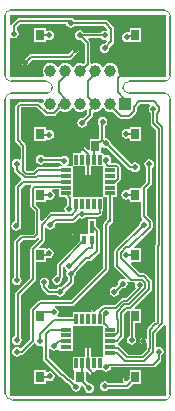
<source format=gbl>
G04 Layer_Physical_Order=2*
G04 Layer_Color=16711680*
%FSLAX43Y43*%
%MOMM*%
G71*
G01*
G75*
%ADD13C,0.153*%
%ADD14C,0.160*%
%ADD15C,0.200*%
%ADD16C,0.100*%
%ADD17C,1.000*%
%ADD18R,1.000X1.000*%
%ADD19C,0.500*%
%ADD20R,1.270X1.270*%
%ADD21R,0.305X0.864*%
%ADD22R,0.864X0.305*%
%ADD23R,0.700X0.900*%
%ADD24R,0.380X1.020*%
%ADD25R,0.380X0.760*%
G36*
X12259Y24941D02*
X12170Y24807D01*
X12139Y24650D01*
X12170Y24493D01*
X12259Y24359D01*
X12316Y24322D01*
Y23446D01*
X12316Y23446D01*
X12334Y23357D01*
X12385Y23281D01*
X12776Y22889D01*
Y13246D01*
X12747Y13217D01*
X12697Y13141D01*
X12679Y13052D01*
X12679Y13052D01*
Y6679D01*
X12677Y6677D01*
X12608Y6664D01*
X12532Y6613D01*
X12532Y6613D01*
X12059Y6140D01*
X12009Y6064D01*
X11991Y5975D01*
X11991Y5975D01*
Y5194D01*
X11864Y5156D01*
X11840Y5190D01*
X11765Y5241D01*
X11675Y5259D01*
X11625D01*
X11535Y5241D01*
X11460Y5190D01*
X11409Y5115D01*
X11391Y5025D01*
X11409Y4935D01*
X11460Y4860D01*
X11535Y4809D01*
X11625Y4791D01*
X11675D01*
X11765Y4809D01*
X11840Y4860D01*
X11864Y4894D01*
X11991Y4856D01*
Y4502D01*
X11981Y4450D01*
X11981Y4450D01*
Y4296D01*
X11542Y3857D01*
X10404D01*
X9706Y4555D01*
X9630Y4605D01*
X9605Y4610D01*
X9533Y4741D01*
X9550Y4801D01*
X9597Y4832D01*
X10012Y5248D01*
X10012Y5248D01*
X10063Y5324D01*
X10081Y5413D01*
X10081Y5413D01*
Y6926D01*
X10081Y6926D01*
X10063Y7015D01*
X10030Y7065D01*
Y7277D01*
X10325Y7572D01*
X10530D01*
Y6524D01*
X10541D01*
Y5478D01*
X10410Y5391D01*
X10321Y5257D01*
X10290Y5100D01*
X10321Y4943D01*
X10410Y4810D01*
X10543Y4721D01*
X10701Y4689D01*
X10858Y4721D01*
X10991Y4810D01*
X11080Y4943D01*
X11111Y5100D01*
X11080Y5257D01*
X11009Y5364D01*
Y6524D01*
X11536D01*
Y7730D01*
X11013D01*
X10964Y7847D01*
X12351Y9234D01*
X12351Y9234D01*
X12402Y9310D01*
X12420Y9400D01*
Y10050D01*
X12420Y10051D01*
X12402Y10140D01*
X12351Y10216D01*
X12351Y10216D01*
X11891Y10676D01*
X11815Y10727D01*
X11726Y10745D01*
X11726Y10745D01*
X11458D01*
X10654Y11549D01*
X10702Y11666D01*
X11536D01*
Y12872D01*
X10936D01*
X10888Y12990D01*
X12409Y14511D01*
X12409Y14511D01*
X12460Y14587D01*
X12478Y14676D01*
X12478Y14676D01*
Y15074D01*
X12478Y15074D01*
X12460Y15163D01*
X12409Y15239D01*
X12409Y15239D01*
X11988Y15660D01*
Y17852D01*
X12365Y18230D01*
X12365Y18230D01*
X12416Y18306D01*
X12434Y18395D01*
Y19658D01*
X12491Y19695D01*
X12580Y19829D01*
X12611Y19986D01*
X12580Y20143D01*
X12491Y20276D01*
X12357Y20366D01*
X12200Y20397D01*
X12043Y20366D01*
X11909Y20276D01*
X11820Y20143D01*
X11789Y19986D01*
X11820Y19829D01*
X11909Y19695D01*
X11966Y19658D01*
Y18492D01*
X11588Y18115D01*
X11538Y18039D01*
X11531Y18007D01*
X10530D01*
Y17847D01*
X10426Y17777D01*
X10403Y17780D01*
X10250Y17811D01*
X10093Y17780D01*
X9959Y17691D01*
X9870Y17557D01*
X9839Y17400D01*
X9870Y17243D01*
X9959Y17109D01*
X10093Y17020D01*
X10250Y16989D01*
X10403Y17020D01*
X10426Y17023D01*
X10530Y16953D01*
Y16801D01*
X11520D01*
Y15564D01*
X11520Y15564D01*
X11538Y15474D01*
X11588Y15398D01*
X11611Y15375D01*
X11574Y15233D01*
X11474Y15166D01*
X11385Y15032D01*
X11353Y14875D01*
X11367Y14808D01*
X9324Y12766D01*
X9273Y12690D01*
X9256Y12600D01*
X9256Y12600D01*
Y11390D01*
X9256Y11390D01*
X9273Y11300D01*
X9324Y11224D01*
X10206Y10342D01*
X10125Y10244D01*
X10108Y10255D01*
X9950Y10286D01*
X9793Y10255D01*
X9660Y10166D01*
X9571Y10033D01*
X9540Y9875D01*
X9557Y9788D01*
X9338Y9569D01*
X9250Y9586D01*
X9093Y9555D01*
X8960Y9466D01*
X8871Y9333D01*
X8840Y9175D01*
X8871Y9018D01*
X8960Y8885D01*
X9093Y8796D01*
X9250Y8765D01*
X9408Y8796D01*
X9541Y8885D01*
X9630Y9018D01*
X9661Y9175D01*
X9652Y9221D01*
X9905Y9474D01*
X9950Y9465D01*
X10108Y9496D01*
X10241Y9585D01*
X10330Y9718D01*
X10361Y9875D01*
X10330Y10033D01*
X10319Y10050D01*
X10417Y10131D01*
X10509Y10039D01*
X10509Y10039D01*
X10585Y9988D01*
X10674Y9971D01*
X10674Y9971D01*
X10938D01*
X11013Y9844D01*
X10989Y9725D01*
X11021Y9568D01*
X11075Y9486D01*
X10242Y8652D01*
X9975D01*
X9975Y8652D01*
X9885Y8635D01*
X9809Y8584D01*
X9809Y8584D01*
X9289Y8064D01*
X8352D01*
X8352Y8064D01*
X8262Y8046D01*
X8186Y7995D01*
X8186Y7995D01*
X7890Y7699D01*
X7814Y7725D01*
X7766Y7755D01*
X7751Y7831D01*
X7700Y7906D01*
X7691Y7916D01*
X7615Y7967D01*
X7525Y7984D01*
X7436Y7967D01*
X7360Y7916D01*
X7309Y7840D01*
X7291Y7750D01*
X7309Y7661D01*
X7357Y7589D01*
X7345Y7530D01*
X7310Y7462D01*
X5704D01*
Y7055D01*
X4435D01*
X4396Y7182D01*
X4399Y7183D01*
X4488Y7317D01*
X4519Y7474D01*
X4488Y7631D01*
X4399Y7764D01*
X4265Y7853D01*
X4203Y7866D01*
X4215Y7993D01*
X5659D01*
X5659Y7993D01*
X5748Y8011D01*
X5824Y8061D01*
X8690Y10928D01*
X8690Y10928D01*
X8741Y11004D01*
X8759Y11093D01*
Y14778D01*
X8932Y14952D01*
X8969Y14959D01*
X9045Y15010D01*
X9096Y15085D01*
X9114Y15175D01*
Y17204D01*
X9464D01*
Y18353D01*
X9706Y18595D01*
X9706Y18595D01*
X9757Y18671D01*
X9775Y18761D01*
X9775Y18761D01*
Y19738D01*
X9775Y19738D01*
X9757Y19828D01*
X9706Y19904D01*
X9706Y19904D01*
X9572Y20038D01*
X9496Y20089D01*
X9406Y20106D01*
X9406Y20106D01*
X8990D01*
X8944Y20192D01*
X8933Y20233D01*
X8961Y20376D01*
X8930Y20533D01*
X8841Y20667D01*
X8708Y20756D01*
X8550Y20787D01*
X8423Y20762D01*
X8296Y20832D01*
Y20964D01*
X8153D01*
Y21392D01*
X8280Y21453D01*
X8365Y21396D01*
X8522Y21365D01*
X8563Y21373D01*
X10394Y19543D01*
X10394Y19543D01*
X10478Y19487D01*
X10576Y19467D01*
X10576Y19467D01*
X10688D01*
X10709Y19434D01*
X10843Y19345D01*
X11000Y19314D01*
X11157Y19345D01*
X11291Y19434D01*
X11380Y19568D01*
X11411Y19725D01*
X11380Y19882D01*
X11291Y20016D01*
X11157Y20105D01*
X11000Y20136D01*
X10843Y20105D01*
X10709Y20016D01*
X10594Y20072D01*
X8926Y21741D01*
X8933Y21776D01*
X8902Y21933D01*
X8812Y22067D01*
X8679Y22156D01*
X8522Y22187D01*
X8483Y22309D01*
Y23246D01*
X8541Y23284D01*
X8630Y23418D01*
X8661Y23575D01*
X8630Y23732D01*
X8541Y23866D01*
X8407Y23955D01*
X8250Y23986D01*
X8093Y23955D01*
X7959Y23866D01*
X7870Y23732D01*
X7839Y23575D01*
X7870Y23418D01*
X7959Y23284D01*
X7967Y23279D01*
Y22180D01*
X7888Y22101D01*
X7147D01*
Y21198D01*
X7030Y21149D01*
X6515Y21663D01*
X6440Y21714D01*
X6350Y21732D01*
X6260Y21714D01*
X6185Y21663D01*
X6134Y21587D01*
X6116Y21498D01*
X6134Y21408D01*
X6185Y21332D01*
X6435Y21082D01*
X6387Y20964D01*
X5704D01*
Y19796D01*
X5237D01*
X5199Y19923D01*
X5291Y19984D01*
X5380Y20118D01*
X5411Y20275D01*
X5380Y20432D01*
X5291Y20566D01*
X5157Y20655D01*
X5000Y20686D01*
X4843Y20655D01*
X4774Y20609D01*
X3312D01*
X3291Y20642D01*
X3157Y20731D01*
X3000Y20762D01*
X2843Y20731D01*
X2709Y20642D01*
X2620Y20508D01*
X2589Y20351D01*
X2620Y20194D01*
X2709Y20060D01*
X2843Y19971D01*
X3000Y19940D01*
X3157Y19971D01*
X3291Y20060D01*
X3312Y20093D01*
X4637D01*
X4709Y19984D01*
X4801Y19923D01*
X4763Y19796D01*
X4536D01*
Y19725D01*
X2772D01*
X2772Y19725D01*
X2682Y19707D01*
X2606Y19656D01*
X2606Y19656D01*
X2352Y19401D01*
X1885D01*
X1787Y19500D01*
Y21511D01*
X1769Y21601D01*
X1718Y21677D01*
X1718Y21677D01*
X1304Y22091D01*
Y24724D01*
X1376Y24796D01*
X2717D01*
X3357Y24155D01*
X3357Y24155D01*
X3433Y24104D01*
X3523Y24087D01*
X4127D01*
X4127Y24087D01*
X4217Y24104D01*
X4293Y24155D01*
X4682Y24544D01*
X4766Y24480D01*
X4925Y24414D01*
X5095Y24391D01*
X5265Y24414D01*
X5424Y24480D01*
X5561Y24584D01*
X5660Y24714D01*
X5728Y24723D01*
X5732D01*
X5800Y24714D01*
X5899Y24584D01*
X6036Y24480D01*
X6195Y24414D01*
X6365Y24391D01*
X6535Y24414D01*
X6694Y24480D01*
X6831Y24584D01*
X6839Y24595D01*
X6966Y24552D01*
Y24272D01*
X6592Y23898D01*
X6525Y23911D01*
X6368Y23880D01*
X6234Y23791D01*
X6145Y23657D01*
X6114Y23500D01*
X6145Y23343D01*
X6234Y23209D01*
X6368Y23120D01*
X6525Y23089D01*
X6682Y23120D01*
X6816Y23209D01*
X6905Y23343D01*
X6936Y23500D01*
X6923Y23567D01*
X7372Y24017D01*
X7372Y24017D01*
X7423Y24092D01*
X7441Y24182D01*
X7441Y24182D01*
Y24218D01*
X7434Y24253D01*
Y24296D01*
X7561Y24401D01*
X7635Y24391D01*
X7805Y24414D01*
X7964Y24480D01*
X8101Y24584D01*
X8200Y24714D01*
X8268Y24723D01*
X8272D01*
X8340Y24714D01*
X8439Y24584D01*
X8576Y24480D01*
X8735Y24414D01*
X8905Y24391D01*
X9075Y24414D01*
X9132Y24437D01*
X9660Y23910D01*
X9660Y23910D01*
X9736Y23859D01*
X9825Y23841D01*
X9825Y23841D01*
X10525D01*
X10525Y23841D01*
X10614Y23859D01*
X10690Y23910D01*
X11070Y24289D01*
X11070Y24289D01*
X11121Y24365D01*
X11139Y24455D01*
X11139Y24455D01*
Y24758D01*
X11447Y25066D01*
X12219D01*
X12259Y24941D01*
D02*
G37*
G36*
X3260Y25386D02*
X3255Y25379D01*
X3189Y25220D01*
X3182Y25171D01*
X3048Y25126D01*
X2979Y25195D01*
X2903Y25246D01*
X2814Y25264D01*
X2814Y25264D01*
X1280D01*
X1280Y25264D01*
X1190Y25246D01*
X1114Y25195D01*
X1114Y25195D01*
X905Y24986D01*
X854Y24910D01*
X836Y24820D01*
X837Y24820D01*
Y21994D01*
X836Y21994D01*
X854Y21904D01*
X905Y21828D01*
X1319Y21414D01*
Y20429D01*
X1192Y20361D01*
X1137Y20398D01*
X979Y20429D01*
X822Y20398D01*
X689Y20309D01*
X600Y20176D01*
X568Y20018D01*
X600Y19861D01*
X689Y19728D01*
X745Y19690D01*
Y19523D01*
X763Y19433D01*
X814Y19357D01*
X876Y19316D01*
X1378Y18814D01*
X1383Y18699D01*
X1366Y18647D01*
X905Y18186D01*
X854Y18110D01*
X836Y18021D01*
X837Y18020D01*
Y15163D01*
X793Y15155D01*
X659Y15066D01*
X570Y14932D01*
X539Y14775D01*
X570Y14618D01*
X659Y14484D01*
X793Y14395D01*
X950Y14364D01*
X1107Y14395D01*
X1241Y14484D01*
X1330Y14618D01*
X1361Y14775D01*
X1330Y14932D01*
X1304Y14970D01*
Y17924D01*
X1647Y18266D01*
X2177D01*
X2230Y18139D01*
X2205Y18115D01*
X2154Y18039D01*
X2136Y17949D01*
X2136Y17949D01*
Y16449D01*
X2136Y16449D01*
X2154Y16360D01*
X2205Y16284D01*
X2496Y15993D01*
Y14197D01*
X2329Y14030D01*
X1427D01*
X1337Y14012D01*
X1261Y13962D01*
X1261Y13962D01*
X835Y13535D01*
X784Y13459D01*
X766Y13370D01*
X766Y13369D01*
Y10478D01*
X709Y10441D01*
X620Y10307D01*
X589Y10150D01*
X620Y9993D01*
X709Y9859D01*
X843Y9770D01*
X1000Y9739D01*
X1157Y9770D01*
X1291Y9859D01*
X1380Y9993D01*
X1411Y10150D01*
X1380Y10307D01*
X1291Y10441D01*
X1234Y10478D01*
Y13273D01*
X1524Y13562D01*
X2426D01*
X2426Y13562D01*
X2515Y13580D01*
X2591Y13631D01*
X2723Y13763D01*
X2853Y13713D01*
X2862Y13637D01*
X2205Y12980D01*
X2154Y12904D01*
X2136Y12814D01*
X2136Y12814D01*
Y10367D01*
X905Y9136D01*
X854Y9060D01*
X836Y8970D01*
X837Y8970D01*
Y5458D01*
X818Y5455D01*
X684Y5366D01*
X595Y5232D01*
X564Y5075D01*
X595Y4918D01*
X684Y4784D01*
X818Y4695D01*
X975Y4664D01*
X1132Y4695D01*
X1266Y4784D01*
X1355Y4918D01*
X1386Y5075D01*
X1355Y5232D01*
X1304Y5307D01*
Y8874D01*
X2536Y10105D01*
X2536Y10105D01*
X2587Y10181D01*
X2604Y10270D01*
X2604Y10270D01*
Y11666D01*
X3453D01*
Y12035D01*
X3681D01*
X3702Y12031D01*
X3723Y12035D01*
X3769D01*
X3769Y12035D01*
X3859Y12053D01*
X3935Y12104D01*
X3961Y12130D01*
X3993Y12152D01*
X4082Y12285D01*
X4113Y12442D01*
X4082Y12599D01*
X3993Y12733D01*
X3860Y12822D01*
X3702Y12853D01*
X3580Y12829D01*
X3453Y12872D01*
Y12872D01*
X2925D01*
X2877Y12990D01*
X3280Y13394D01*
X3281Y13394D01*
X3331Y13469D01*
X3349Y13559D01*
X3349Y13559D01*
Y14608D01*
X3476Y14647D01*
X3534Y14559D01*
X3668Y14470D01*
X3825Y14439D01*
X3982Y14470D01*
X4116Y14559D01*
X4205Y14693D01*
X4236Y14850D01*
X4223Y14917D01*
X4347Y15041D01*
X5725D01*
X5725Y15041D01*
X5815Y15059D01*
X5890Y15110D01*
X6254Y15473D01*
X6368Y15396D01*
X6525Y15365D01*
X6682Y15396D01*
X6816Y15486D01*
X6853Y15542D01*
X7900D01*
X7900Y15542D01*
X7990Y15560D01*
X8066Y15610D01*
X8156Y15701D01*
X8156Y15701D01*
X8207Y15776D01*
X8225Y15866D01*
X8225Y15866D01*
Y16036D01*
X8296D01*
Y17204D01*
X8646D01*
Y15327D01*
X8360Y15040D01*
X8309Y14965D01*
X8291Y14875D01*
X8291Y14875D01*
Y11190D01*
X5562Y8461D01*
X2918D01*
X2918Y8461D01*
X2828Y8443D01*
X2752Y8392D01*
X2752Y8392D01*
X2205Y7845D01*
X2154Y7769D01*
X2136Y7680D01*
X2136Y7680D01*
Y5154D01*
X1366Y4383D01*
X1291Y4391D01*
X1157Y4480D01*
X1000Y4511D01*
X843Y4480D01*
X710Y4391D01*
X620Y4257D01*
X589Y4100D01*
X620Y3943D01*
X710Y3810D01*
X843Y3721D01*
X1000Y3689D01*
X1157Y3721D01*
X1291Y3810D01*
X1328Y3866D01*
X1414D01*
X1414Y3866D01*
X1503Y3884D01*
X1579Y3935D01*
X2466Y4822D01*
X2492Y4826D01*
X2622Y4797D01*
X2681Y4709D01*
X2814Y4620D01*
X2971Y4589D01*
X3089Y4613D01*
X3216Y4538D01*
Y3530D01*
X3216Y3530D01*
X3234Y3441D01*
X3285Y3365D01*
X4680Y1969D01*
X4680Y1969D01*
X4740Y1929D01*
X5135Y1535D01*
X5135Y1535D01*
X5210Y1484D01*
X5300Y1466D01*
X5300Y1466D01*
X5328D01*
X5603Y1192D01*
X5589Y1125D01*
X5621Y968D01*
X5710Y835D01*
X5843Y745D01*
X6000Y714D01*
X6158Y745D01*
X6291Y835D01*
X6380Y968D01*
X6411Y1125D01*
X6397Y1194D01*
X6515Y1257D01*
X6708Y1063D01*
X6700Y1025D01*
X6731Y868D01*
X6820Y734D01*
X6954Y645D01*
X7111Y614D01*
X7268Y645D01*
X7401Y734D01*
X7491Y868D01*
X7522Y1025D01*
X7491Y1182D01*
X7401Y1316D01*
X7268Y1405D01*
X7111Y1436D01*
X7072Y1428D01*
X6853Y1648D01*
Y2368D01*
X6970Y2416D01*
X7423Y1963D01*
X7434Y1910D01*
X7485Y1835D01*
X7560Y1784D01*
X7650Y1766D01*
X7718D01*
X7718Y1766D01*
X7807Y1784D01*
X7883Y1835D01*
X7934Y1910D01*
X7952Y2000D01*
X7934Y2090D01*
X7883Y2165D01*
X7883Y2165D01*
X7632Y2416D01*
X7681Y2534D01*
X8261D01*
X8393Y2446D01*
X8550Y2414D01*
X8708Y2446D01*
X8841Y2535D01*
X8930Y2668D01*
X8952Y2778D01*
X12504D01*
X12504Y2777D01*
X12593Y2795D01*
X12669Y2846D01*
X13165Y3343D01*
X13165Y3343D01*
X13216Y3418D01*
X13234Y3508D01*
X13234Y3508D01*
Y3797D01*
X13291Y3834D01*
X13380Y3968D01*
X13411Y4125D01*
X13380Y4282D01*
X13291Y4416D01*
X13157Y4505D01*
X13000Y4536D01*
X12892Y4514D01*
X12765Y4594D01*
Y5634D01*
X13473Y6342D01*
X13511Y6338D01*
X13600Y6299D01*
Y411D01*
X13589Y400D01*
X478D01*
X400Y478D01*
Y25500D01*
X3204D01*
X3260Y25386D01*
D02*
G37*
G36*
X4536Y17204D02*
X5095D01*
X5247Y17052D01*
Y16530D01*
X5137Y16456D01*
X5048Y16323D01*
X5016Y16166D01*
X5040Y16046D01*
X4981Y15944D01*
X4955Y15919D01*
X3925D01*
X3925Y15919D01*
X3835Y15901D01*
X3760Y15850D01*
X3081Y15172D01*
X2964Y15220D01*
Y16090D01*
X2964Y16090D01*
X2946Y16180D01*
X2895Y16256D01*
X2895Y16256D01*
X2604Y16546D01*
Y16801D01*
X3453D01*
Y16953D01*
X3580Y17021D01*
X3618Y16995D01*
X3775Y16964D01*
X3932Y16995D01*
X4066Y17084D01*
X4155Y17218D01*
X4186Y17375D01*
X4155Y17532D01*
X4066Y17666D01*
X3980Y17722D01*
X4019Y17850D01*
X4536D01*
Y17204D01*
D02*
G37*
G36*
X8295Y19185D02*
Y18703D01*
Y18195D01*
Y17687D01*
Y17205D01*
X5705D01*
Y17687D01*
Y18195D01*
Y18703D01*
Y19185D01*
Y19795D01*
X6766D01*
Y18500D01*
X6784Y18410D01*
X6835Y18335D01*
X6910Y18284D01*
X7000Y18266D01*
X7090Y18284D01*
X7165Y18335D01*
X7216Y18410D01*
X7234Y18500D01*
Y19795D01*
X8295D01*
Y19185D01*
D02*
G37*
G36*
X8235Y6285D02*
X8289Y6248D01*
X8295Y6242D01*
Y5683D01*
Y4693D01*
Y3703D01*
X7234D01*
Y4998D01*
X7216Y5088D01*
X7165Y5163D01*
X7090Y5214D01*
X7000Y5232D01*
X6910Y5214D01*
X6835Y5163D01*
X6784Y5088D01*
X6766Y4998D01*
Y3703D01*
X5704D01*
Y2534D01*
X5847D01*
Y1775D01*
X5730Y1727D01*
X5591Y1865D01*
X5515Y1916D01*
X5425Y1934D01*
X5425Y1934D01*
X5397D01*
X5031Y2300D01*
X4971Y2340D01*
X3684Y3627D01*
Y4343D01*
X3811Y4382D01*
X3859Y4309D01*
X3993Y4220D01*
X4150Y4189D01*
X4307Y4220D01*
X4409Y4288D01*
X4516Y4248D01*
X4536Y4232D01*
Y4185D01*
X5705D01*
Y5201D01*
Y6293D01*
X8229D01*
X8235Y6285D01*
D02*
G37*
G36*
X5170Y31793D02*
X5259Y31659D01*
X5393Y31570D01*
X5550Y31539D01*
X5707Y31570D01*
X5841Y31659D01*
X5862Y31692D01*
X8393D01*
X8660Y31426D01*
X8654Y31385D01*
X8643Y31369D01*
X8512Y31294D01*
X8425Y31311D01*
X8268Y31280D01*
X8134Y31191D01*
X8097Y31134D01*
X6658D01*
X6621Y31191D01*
X6487Y31280D01*
X6330Y31311D01*
X6173Y31280D01*
X6039Y31191D01*
X5950Y31057D01*
X5919Y30900D01*
X5950Y30743D01*
X6039Y30609D01*
X6173Y30520D01*
X6330Y30489D01*
X6397Y30502D01*
X6741Y30158D01*
Y28607D01*
X6631Y28497D01*
X6535Y28536D01*
X6365Y28559D01*
X6195Y28536D01*
X6036Y28470D01*
X5899Y28366D01*
X5800Y28236D01*
X5732Y28227D01*
X5728D01*
X5660Y28236D01*
X5561Y28366D01*
X5424Y28470D01*
X5265Y28536D01*
X5095Y28559D01*
X4925Y28536D01*
X4766Y28470D01*
X4629Y28366D01*
X4530Y28236D01*
X4462Y28227D01*
X4458D01*
X4390Y28236D01*
X4291Y28366D01*
X4154Y28470D01*
X3995Y28536D01*
X3825Y28559D01*
X3655Y28536D01*
X3496Y28470D01*
X3359Y28366D01*
X3255Y28229D01*
X3189Y28070D01*
X3166Y27900D01*
X3189Y27730D01*
X3255Y27571D01*
X3288Y27527D01*
X3226Y27400D01*
X411D01*
X400Y27411D01*
Y30648D01*
X527Y30716D01*
X593Y30672D01*
X750Y30641D01*
X907Y30672D01*
X1041Y30761D01*
X1130Y30894D01*
X1161Y31052D01*
X1130Y31209D01*
X1041Y31342D01*
X1008Y31364D01*
Y31568D01*
X1281Y31841D01*
X5161D01*
X5170Y31793D01*
D02*
G37*
G36*
X13600Y32589D02*
Y27411D01*
X13589Y27400D01*
X10172D01*
X10123Y27517D01*
X10340Y27735D01*
X10391Y27810D01*
X10409Y27900D01*
X10391Y27990D01*
X10340Y28065D01*
X10265Y28116D01*
X10175Y28134D01*
X10085Y28116D01*
X10010Y28065D01*
X9669Y27725D01*
X9548Y27784D01*
X9564Y27900D01*
X9541Y28070D01*
X9475Y28229D01*
X9371Y28366D01*
X9234Y28470D01*
X9075Y28536D01*
X8905Y28559D01*
X8735Y28536D01*
X8576Y28470D01*
X8439Y28366D01*
X8340Y28236D01*
X8272Y28227D01*
X8268D01*
X8200Y28236D01*
X8101Y28366D01*
X7964Y28470D01*
X7805Y28536D01*
X7635Y28559D01*
X7465Y28536D01*
X7333Y28482D01*
X7302Y28489D01*
X7258Y28513D01*
X7209Y28556D01*
Y30255D01*
X7209Y30255D01*
X7191Y30345D01*
X7140Y30420D01*
X7140Y30420D01*
X7012Y30549D01*
X7061Y30666D01*
X8097D01*
X8134Y30609D01*
X8268Y30520D01*
X8425Y30489D01*
X8582Y30520D01*
X8653Y30415D01*
X8657Y30397D01*
X8463Y30203D01*
X8425Y30211D01*
X8268Y30180D01*
X8134Y30091D01*
X8045Y29957D01*
X8014Y29800D01*
X8045Y29643D01*
X8134Y29509D01*
X8268Y29420D01*
X8425Y29389D01*
X8582Y29420D01*
X8716Y29509D01*
X8805Y29643D01*
X8836Y29800D01*
X8828Y29838D01*
X9182Y30193D01*
X9238Y30276D01*
X9258Y30375D01*
Y31450D01*
X9238Y31549D01*
X9182Y31632D01*
X9182Y31632D01*
X8682Y32132D01*
X8599Y32188D01*
X8500Y32208D01*
X8500Y32208D01*
X5862D01*
X5841Y32241D01*
X5707Y32330D01*
X5550Y32361D01*
X5465Y32344D01*
X5401Y32357D01*
X1174D01*
X1174Y32357D01*
X1075Y32337D01*
X991Y32281D01*
X568Y31857D01*
X527Y31797D01*
X416Y31811D01*
X400Y31818D01*
Y32600D01*
X13589D01*
X13600Y32589D01*
D02*
G37*
%LPC*%
G36*
X3453Y23142D02*
X2447D01*
Y21936D01*
X3453D01*
Y22039D01*
X3546Y22088D01*
X3580Y22094D01*
X3725Y22065D01*
X3882Y22096D01*
X4016Y22186D01*
X4105Y22319D01*
X4136Y22476D01*
X4105Y22633D01*
X4016Y22767D01*
X3882Y22856D01*
X3725Y22887D01*
X3580Y22858D01*
X3546Y22864D01*
X3453Y22914D01*
Y23142D01*
D02*
G37*
G36*
X11536D02*
X10530D01*
Y23005D01*
X10403Y22935D01*
X10275Y22961D01*
X10118Y22930D01*
X9984Y22841D01*
X9895Y22707D01*
X9864Y22550D01*
X9895Y22393D01*
X9984Y22259D01*
X10118Y22170D01*
X10275Y22139D01*
X10403Y22165D01*
X10530Y22095D01*
Y21936D01*
X11536D01*
Y23142D01*
D02*
G37*
G36*
X3453Y2603D02*
X2447D01*
Y1397D01*
X3453D01*
Y1603D01*
X3580Y1671D01*
X3618Y1645D01*
X3775Y1614D01*
X3932Y1645D01*
X4066Y1734D01*
X4155Y1868D01*
X4186Y2025D01*
X4155Y2182D01*
X4066Y2316D01*
X3932Y2405D01*
X3775Y2436D01*
X3618Y2405D01*
X3580Y2379D01*
X3453Y2447D01*
Y2603D01*
D02*
G37*
G36*
X5525Y14409D02*
X5500D01*
X5410Y14391D01*
X5335Y14340D01*
X5284Y14265D01*
X5266Y14175D01*
X5284Y14085D01*
X5335Y14010D01*
X5410Y13959D01*
X5500Y13941D01*
X5525D01*
X5615Y13959D01*
X5690Y14010D01*
X5741Y14085D01*
X5759Y14175D01*
X5741Y14265D01*
X5690Y14340D01*
X5615Y14391D01*
X5525Y14409D01*
D02*
G37*
G36*
X11536Y2603D02*
X10530D01*
Y2097D01*
X10522Y2090D01*
X10403Y2041D01*
X10365Y2066D01*
X10276Y2084D01*
X10275D01*
X10186Y2066D01*
X10110Y2016D01*
X10110Y2016D01*
X10010Y1915D01*
X9959Y1840D01*
X9941Y1750D01*
X9959Y1660D01*
X10010Y1585D01*
X10040Y1564D01*
X10002Y1437D01*
X8760D01*
X8722Y1494D01*
X8589Y1583D01*
X8432Y1614D01*
X8274Y1583D01*
X8141Y1494D01*
X8052Y1360D01*
X8021Y1203D01*
X8052Y1046D01*
X8141Y912D01*
X8274Y823D01*
X8432Y792D01*
X8589Y823D01*
X8722Y912D01*
X8760Y969D01*
X10307D01*
X10307Y969D01*
X10396Y987D01*
X10472Y1038D01*
X10831Y1397D01*
X11536D01*
Y2603D01*
D02*
G37*
G36*
X7663Y15333D02*
X6977D01*
Y14063D01*
X6337D01*
Y13518D01*
X4460Y11640D01*
X4409Y11565D01*
X4391Y11475D01*
X4391Y11475D01*
Y10589D01*
X4234Y10558D01*
X4100Y10469D01*
X4011Y10336D01*
X3980Y10178D01*
X4011Y10021D01*
X4100Y9888D01*
X4234Y9799D01*
X4391Y9767D01*
X4548Y9799D01*
X4682Y9888D01*
X4771Y10021D01*
X4802Y10178D01*
X4789Y10245D01*
X4790Y10247D01*
X4790Y10247D01*
X4841Y10323D01*
X4859Y10412D01*
X4859Y10412D01*
Y11291D01*
X4897Y11329D01*
X4977Y11316D01*
X5038Y11269D01*
X5048Y11221D01*
X5137Y11087D01*
X5166Y11068D01*
X5202Y10892D01*
X5195Y10882D01*
X5164Y10725D01*
X5195Y10568D01*
X5284Y10434D01*
X5317Y10413D01*
Y10157D01*
X4731Y9570D01*
X4650Y9586D01*
X4493Y9555D01*
X4360Y9466D01*
X4338Y9433D01*
X3806D01*
X3671Y9569D01*
X3616Y9684D01*
X3705Y9818D01*
X3736Y9975D01*
X3705Y10132D01*
X3616Y10266D01*
X3482Y10355D01*
X3325Y10386D01*
X3168Y10355D01*
X3034Y10266D01*
X2945Y10132D01*
X2914Y9975D01*
X2945Y9818D01*
X3034Y9684D01*
X3067Y9663D01*
Y9550D01*
X3067Y9550D01*
X3087Y9451D01*
X3143Y9368D01*
X3517Y8993D01*
X3517Y8993D01*
X3601Y8937D01*
X3700Y8917D01*
X3700Y8917D01*
X4338D01*
X4360Y8885D01*
X4493Y8796D01*
X4650Y8765D01*
X4807Y8796D01*
X4941Y8885D01*
X5030Y9018D01*
X5060Y9170D01*
X5757Y9868D01*
X5757Y9868D01*
X5813Y9951D01*
X5833Y10050D01*
X5833Y10050D01*
Y10413D01*
X5866Y10434D01*
X5955Y10568D01*
X5986Y10725D01*
X5978Y10763D01*
X6968Y11754D01*
X7134D01*
X7134Y11754D01*
X7233Y11773D01*
X7317Y11829D01*
X7957Y12470D01*
X8013Y12554D01*
X8033Y12652D01*
Y14300D01*
X8013Y14399D01*
X7957Y14482D01*
X7957Y14482D01*
X7663Y14777D01*
Y15333D01*
D02*
G37*
G36*
X3453Y31503D02*
X2447D01*
Y30297D01*
X3453D01*
Y30461D01*
X3580Y30529D01*
X3593Y30520D01*
X3750Y30489D01*
X3907Y30520D01*
X4041Y30609D01*
X4130Y30743D01*
X4161Y30900D01*
X4130Y31057D01*
X4041Y31191D01*
X3907Y31280D01*
X3750Y31311D01*
X3593Y31280D01*
X3580Y31271D01*
X3453Y31339D01*
Y31503D01*
D02*
G37*
G36*
X6000Y29859D02*
X5910Y29841D01*
X5835Y29790D01*
X5835Y29790D01*
X5353Y29309D01*
X2175D01*
X2175Y29309D01*
X2085Y29291D01*
X2010Y29240D01*
X2010Y29240D01*
X1510Y28740D01*
X1459Y28665D01*
X1441Y28575D01*
X1459Y28485D01*
X1510Y28410D01*
X1585Y28359D01*
X1675Y28341D01*
X1765Y28359D01*
X1840Y28410D01*
X2272Y28841D01*
X5450D01*
X5450Y28841D01*
X5540Y28859D01*
X5615Y28910D01*
X6115Y29409D01*
X6190Y29460D01*
X6241Y29535D01*
X6259Y29625D01*
X6241Y29715D01*
X6190Y29790D01*
X6115Y29841D01*
X6025Y29859D01*
X6000D01*
X6000Y29859D01*
D02*
G37*
G36*
X11536Y31503D02*
X10530D01*
Y31219D01*
X10497Y31189D01*
X10403Y31137D01*
X10276Y31162D01*
X10118Y31131D01*
X9985Y31042D01*
X9896Y30909D01*
X9865Y30751D01*
X9896Y30594D01*
X9985Y30461D01*
X10118Y30372D01*
X10276Y30341D01*
X10403Y30366D01*
X10530Y30297D01*
Y30297D01*
X11536D01*
Y31503D01*
D02*
G37*
%LPD*%
D13*
X5095Y27476D02*
Y27900D01*
X4523Y26904D02*
X5095Y27476D01*
X4523Y26096D02*
Y26904D01*
X8225Y23550D02*
X8250Y23575D01*
X5401Y32099D02*
X5550Y31950D01*
X4625Y10412D02*
Y11475D01*
X4391Y10178D02*
X4625Y10412D01*
X7000Y2718D02*
X7718Y2000D01*
X2950Y7135D02*
X3289Y7474D01*
X4108D01*
X4147Y6821D02*
X5953D01*
X6009Y6878D01*
X10281Y12269D02*
X11033D01*
X11010Y7150D02*
X11033Y7127D01*
X11027Y12276D02*
X11033Y12269D01*
X11005Y17376D02*
X11033Y17404D01*
X6975Y28510D02*
Y30255D01*
X6365Y27900D02*
X6975Y28510D01*
X6330Y30900D02*
X6975Y30255D01*
X6000Y29625D02*
X6025D01*
X5450Y29075D02*
X6000Y29625D01*
X2175Y29075D02*
X5450D01*
X1675Y28575D02*
X2175Y29075D01*
X7635Y27617D02*
Y27900D01*
X7023Y27006D02*
X7635Y27617D01*
X7023Y25662D02*
Y27006D01*
Y25662D02*
X7635Y25050D01*
X9524Y27249D02*
X10175Y27900D01*
X9524Y26079D02*
Y27249D01*
Y26079D02*
X10079Y25524D01*
X10175D01*
Y25050D02*
Y25524D01*
X4523Y26096D02*
X5095Y25524D01*
Y25050D02*
Y25524D01*
X975Y5075D02*
X1071Y5171D01*
X4548Y4998D02*
X5120D01*
X2370Y10270D02*
Y12814D01*
Y16449D02*
X2730Y16090D01*
X1000Y10150D02*
Y13370D01*
X5029Y18083D02*
X5120Y17992D01*
X2505Y18083D02*
X5029D01*
X2370Y17949D02*
X2505Y18083D01*
X2370Y16449D02*
Y17949D01*
X1071Y14896D02*
Y18021D01*
X1550Y18500D01*
X950Y14775D02*
X1071Y14896D01*
X2950Y17404D02*
X2979Y17375D01*
X3775D01*
X2950Y2000D02*
X2950Y2000D01*
X11022Y22550D02*
X11033Y22539D01*
X10960Y30826D02*
X11033Y30900D01*
X6330Y30900D02*
X8425D01*
X2950Y30900D02*
X3750D01*
X3750Y30900D01*
X3839Y5989D02*
X5120D01*
X8880Y4998D02*
X8907Y5025D01*
X10254Y17404D02*
X11033D01*
X10250Y17400D02*
X10254Y17404D01*
X8905Y24995D02*
Y25050D01*
Y24995D02*
X9825Y24075D01*
X8880Y4490D02*
X8980Y4389D01*
X11754Y17949D02*
X12200Y18395D01*
X11754Y15564D02*
Y17949D01*
X10275Y12275D02*
X10281Y12269D01*
X6761Y15776D02*
X7900D01*
X5427Y16202D02*
X5481Y16256D01*
X7900Y15776D02*
X7991Y15866D01*
Y16620D01*
X9541Y18761D02*
Y19738D01*
X9280Y18500D02*
X9541Y18761D01*
X8880Y18500D02*
X9280D01*
X3039Y22450D02*
X3675D01*
X2950Y22539D02*
X3039Y22450D01*
X1000Y4100D02*
X1050Y4050D01*
Y4025D02*
Y4050D01*
X1000Y4100D02*
X1414D01*
X7000Y3118D02*
Y4998D01*
X7650Y2000D02*
X7718D01*
X8418Y6450D02*
X8880Y5989D01*
X8400Y6450D02*
X8418D01*
X9406Y19872D02*
X9541Y19738D01*
X8725Y19872D02*
X9406D01*
X8373Y20225D02*
X8524Y20376D01*
X8373Y20225D02*
X8725Y19872D01*
X7200Y24615D02*
X7635Y25050D01*
X7200Y24225D02*
Y24615D01*
Y24225D02*
X7207Y24218D01*
X6525Y23500D02*
X7207Y24182D01*
Y24218D01*
X3450Y5600D02*
X3839Y5989D01*
X4150Y4600D02*
X4548Y4998D01*
X2370Y7680D02*
X2918Y8227D01*
X1414Y4100D02*
X2370Y5057D01*
Y7680D01*
X3450Y4801D02*
X3451Y4801D01*
Y5199D01*
X3450Y5199D02*
X3451Y5199D01*
X3450Y5199D02*
Y5600D01*
X2971Y5000D02*
Y5644D01*
X4147Y6821D01*
X1071Y5171D02*
Y8970D01*
X12200Y18395D02*
Y19986D01*
X8524Y20376D02*
X8550D01*
X3450Y3530D02*
Y4801D01*
X7000Y2718D02*
Y3118D01*
X8550Y2825D02*
X8737Y3011D01*
X12521Y4072D02*
Y4324D01*
X12215Y4199D02*
Y4450D01*
X13000Y3508D02*
Y4125D01*
X10275Y1850D02*
X10276D01*
X10175Y1750D02*
X10275Y1850D01*
X11033Y1930D02*
Y2000D01*
X10307Y1203D02*
X11033Y1930D01*
X8432Y1203D02*
X10307D01*
X9825Y24075D02*
X10525D01*
X10905Y24455D01*
Y24855D01*
X11350Y25300D01*
X12550Y23446D02*
X13010Y22986D01*
Y13149D02*
Y22986D01*
X10674Y10205D02*
X11599D01*
X11880Y9924D01*
X9490Y12600D02*
X11764Y14875D01*
X9490Y11390D02*
Y12600D01*
Y11390D02*
X10674Y10205D01*
X9795Y12474D02*
X10271Y12949D01*
X9795Y12076D02*
Y12474D01*
Y12076D02*
X11361Y10511D01*
X11726D01*
X12186Y10051D01*
X12913Y13052D02*
X13010Y13149D01*
X12913Y6582D02*
Y13052D01*
X12778Y6447D02*
X12913Y6582D01*
X12697Y6447D02*
X12778D01*
X12225Y5975D02*
X12697Y6447D01*
X12531Y5731D02*
X13316Y6516D01*
X1000Y13370D02*
X1427Y13796D01*
X2426D01*
X3769Y12269D02*
X3800Y12300D01*
X3702Y12398D02*
X3800Y12300D01*
X3702Y12398D02*
Y12442D01*
X2950Y12269D02*
X3769D01*
X7320Y12875D02*
Y13530D01*
X7000Y18500D02*
Y20380D01*
Y20848D01*
X6350Y21498D02*
X7000Y20848D01*
X4555Y24748D02*
Y25050D01*
X5095D01*
X1071Y24820D02*
X1280Y25030D01*
X2814D01*
X3523Y24321D01*
X4127D01*
X4555Y24748D01*
X3675Y22450D02*
X3701Y22476D01*
X3725D01*
X979Y19523D02*
X1000D01*
X5083Y18971D02*
X5120Y19008D01*
X1550Y18500D02*
X5120D01*
X2575Y18861D02*
X2685Y18971D01*
X5083D01*
X1662Y18861D02*
X2575D01*
X2772Y19491D02*
X5120D01*
X2449Y19167D02*
X2772Y19491D01*
X1788Y19167D02*
X2449D01*
X1000Y19523D02*
X1662Y18861D01*
X1553Y19403D02*
Y21511D01*
X1071Y21994D02*
X1553Y21511D01*
X1071Y21994D02*
Y24820D01*
X1553Y19403D02*
X1788Y19167D01*
X979Y19523D02*
Y20018D01*
X3775Y2025D02*
X3825D01*
X3800Y2000D02*
X3825Y2025D01*
X2950Y2000D02*
X3800D01*
X10271Y12949D02*
X10516D01*
X12244Y14676D01*
Y15074D01*
X11754Y15564D02*
X12244Y15074D01*
X4846Y2135D02*
X4865D01*
X3450Y3530D02*
X4846Y2135D01*
X4865D02*
X5300Y1700D01*
X5659Y8227D02*
X8525Y11093D01*
Y14875D01*
X8825Y15175D01*
X8880D01*
Y17509D01*
X10775Y6869D02*
X11033Y7127D01*
X7525Y7750D02*
X7535Y7741D01*
X7991Y6878D02*
Y7469D01*
X8400Y6450D02*
Y7200D01*
X12521Y4324D02*
X12531Y4334D01*
X12215Y4450D02*
X12225Y4461D01*
X12504Y3011D02*
X13000Y3508D01*
X12531Y4334D02*
Y5731D01*
X12225Y4461D02*
Y5975D01*
X11625Y5025D02*
X11675D01*
X11766Y3318D02*
X12521Y4072D01*
X11639Y3624D02*
X12215Y4199D01*
X8980Y4389D02*
X9541D01*
X10307Y3624D01*
X8737Y3011D02*
X12504D01*
X10180Y3318D02*
X11766D01*
X10307Y3624D02*
X11639D01*
X8880Y4007D02*
X9490D01*
X10180Y3318D01*
X9490Y6850D02*
X9541Y6799D01*
Y5741D02*
Y6799D01*
X9306Y5506D02*
X9541Y5741D01*
X8880Y5506D02*
X9306D01*
X9796Y6977D02*
X9847Y6926D01*
Y5413D02*
Y6926D01*
X9432Y4998D02*
X9847Y5413D01*
X8880Y4998D02*
X9432D01*
X10701Y5100D02*
X10775Y5175D01*
Y6869D01*
X9975Y8418D02*
X10339D01*
X11400Y9480D01*
Y9725D01*
X12186Y9400D02*
Y10051D01*
X11880Y9527D02*
Y9924D01*
X10102Y8112D02*
X10466D01*
X10592Y7806D02*
X12186Y9400D01*
X10466Y8112D02*
X11880Y9527D01*
X8400Y7200D02*
X8550Y7350D01*
X7991Y7469D02*
X8352Y7830D01*
X9796Y6977D02*
Y7374D01*
X10228Y7806D01*
X10592D01*
X9490Y6850D02*
Y7501D01*
X10102Y8112D01*
X8352Y7830D02*
X9386D01*
X9975Y8418D01*
X9250Y9175D02*
X9275D01*
X9950Y9850D01*
Y9875D01*
X7006Y12875D02*
X7320D01*
X5509Y11378D02*
X7006Y12875D01*
X5427Y11378D02*
X5509D01*
X1071Y8970D02*
X2370Y10270D01*
Y12814D02*
X3115Y13559D01*
X2426Y13796D02*
X2730Y14100D01*
Y16090D01*
X5099Y15685D02*
X5100Y15686D01*
X3115Y14875D02*
X3115D01*
X3925Y15685D01*
X3115Y13559D02*
Y14875D01*
X3925Y15685D02*
X5099D01*
X3825Y14850D02*
X4250Y15275D01*
X5925Y1050D02*
X6000Y1125D01*
X5861Y1050D02*
X5925D01*
X5425Y1700D02*
X6000Y1125D01*
X5300Y1700D02*
X5425D01*
X2918Y8227D02*
X5659D01*
X4625Y11475D02*
X6680Y13530D01*
X10286Y22539D02*
X11033D01*
X10275Y22550D02*
X10286Y22539D01*
X5427Y16166D02*
Y16202D01*
X5100Y15686D02*
X5627D01*
X5481Y16256D02*
Y17149D01*
X5120Y17509D02*
X5481Y17149D01*
X5627Y15686D02*
X6009Y16068D01*
Y16620D01*
X5725Y15275D02*
X6226Y15776D01*
X6525D01*
X4250Y15275D02*
X5725D01*
X10276Y30751D02*
X10323D01*
X10425Y30650D01*
X10675Y30900D01*
X11033D01*
X13316Y6516D02*
Y23113D01*
X11350Y25300D02*
X12578D01*
X13030Y24849D01*
Y24451D02*
Y24849D01*
X12856Y24278D02*
X13030Y24451D01*
X12856Y23573D02*
Y24278D01*
Y23573D02*
X13316Y23113D01*
X12550Y23446D02*
Y24650D01*
X5500Y14175D02*
X5525D01*
D14*
X637Y0D02*
X13500D01*
X14000Y500D02*
Y637D01*
Y25500D01*
X10450Y26000D02*
X13500D01*
X10000Y26450D02*
Y26500D01*
X10500Y27000D02*
X13500D01*
X14000Y27500D02*
Y32500D01*
X13363Y33000D02*
X13500D01*
X400D02*
X13363D01*
X-0Y27500D02*
Y32600D01*
X500Y27000D02*
X3500D01*
X4000Y26450D02*
Y26500D01*
X500Y26000D02*
X3550D01*
X-0Y25363D02*
Y25500D01*
Y637D02*
Y25363D01*
D15*
X8225Y22073D02*
Y23550D01*
X4924Y20351D02*
X5000Y20275D01*
X3000Y20351D02*
X4924D01*
X750Y31052D02*
Y31675D01*
X1174Y32099D01*
X5401D01*
X4650Y9125D02*
X5575Y10050D01*
Y10725D01*
X7405Y14670D02*
X7775Y14300D01*
Y12652D02*
Y14300D01*
X7134Y12012D02*
X7775Y12652D01*
X7650Y21498D02*
X8225Y22073D01*
X9000Y30375D02*
Y31450D01*
X8425Y29800D02*
X9000Y30375D01*
X8500Y31950D02*
X9000Y31450D01*
X5550Y31950D02*
X8500D01*
X6492Y2142D02*
Y3118D01*
X6350Y2000D02*
X6492Y2142D01*
X8225Y22073D02*
X8522Y21776D01*
X6862Y12012D02*
X7134D01*
X7320Y14670D02*
X7405D01*
X8522Y21776D02*
X8525D01*
X10576Y19725D02*
X11000D01*
X8525Y21776D02*
X10576Y19725D01*
X7508Y20380D02*
Y21356D01*
X7650Y21498D01*
X6350Y1786D02*
Y2000D01*
Y1786D02*
X7111Y1025D01*
X5575Y10725D02*
X6862Y12012D01*
X4650Y9125D02*
Y9175D01*
X3325Y9550D02*
Y9975D01*
X3700Y9175D02*
X4650D01*
X3325Y9550D02*
X3700Y9175D01*
D16*
X13500Y0D02*
G03*
X14000Y500I0J500D01*
G01*
Y25500D02*
G03*
X13500Y26000I-500J0D01*
G01*
X10000Y26450D02*
G03*
X10450Y26000I450J0D01*
G01*
X10500Y27000D02*
G03*
X10000Y26500I0J-500D01*
G01*
X13500Y27000D02*
G03*
X14000Y27500I0J500D01*
G01*
Y32500D02*
G03*
X13500Y33000I-500J0D01*
G01*
X400D02*
G03*
X0Y32600I0J-400D01*
G01*
Y27500D02*
G03*
X500Y27000I500J0D01*
G01*
X4000Y26500D02*
G03*
X3500Y27000I-500J0D01*
G01*
X3550Y26000D02*
G03*
X4000Y26450I0J450D01*
G01*
X500Y26000D02*
G03*
X0Y25500I0J-500D01*
G01*
Y637D02*
G03*
X637Y0I637J0D01*
G01*
D17*
X3825Y25050D02*
D03*
X5095D02*
D03*
X6365D02*
D03*
X7635D02*
D03*
X8905D02*
D03*
Y27900D02*
D03*
X7635D02*
D03*
X6365D02*
D03*
X5095D02*
D03*
X3825D02*
D03*
D18*
X10175Y25050D02*
D03*
Y27900D02*
D03*
D19*
X8250Y23575D02*
D03*
X8522Y21776D02*
D03*
X11000Y19725D02*
D03*
X5000Y20275D02*
D03*
X3000Y20351D02*
D03*
X4391Y10178D02*
D03*
X4108Y7474D02*
D03*
X7775Y28975D02*
D03*
X6025Y29625D02*
D03*
X950Y14775D02*
D03*
X3775Y17375D02*
D03*
X12241Y28584D02*
D03*
X8425Y30900D02*
D03*
X6330D02*
D03*
X1675Y28575D02*
D03*
X2250Y4258D02*
D03*
X8425Y29800D02*
D03*
X5550Y31950D02*
D03*
X975Y5075D02*
D03*
X1000Y10150D02*
D03*
X2250Y9200D02*
D03*
Y24550D02*
D03*
X750Y31052D02*
D03*
X3750Y30900D02*
D03*
X10250Y17400D02*
D03*
X11400Y9725D02*
D03*
X10275Y12275D02*
D03*
X10625Y14575D02*
D03*
X1000Y4100D02*
D03*
X6525Y23500D02*
D03*
X4150Y4600D02*
D03*
X2971Y5000D02*
D03*
X12200Y19986D02*
D03*
X8550Y20376D02*
D03*
Y2825D02*
D03*
X8432Y1203D02*
D03*
X13000Y4125D02*
D03*
X10276Y1850D02*
D03*
X11775Y24800D02*
D03*
X2250Y14301D02*
D03*
X3702Y12442D02*
D03*
X3725Y22476D02*
D03*
X2250Y19647D02*
D03*
X979Y20018D02*
D03*
X3775Y2025D02*
D03*
X11764Y14875D02*
D03*
X7111Y1025D02*
D03*
X7525Y7750D02*
D03*
X13075Y4950D02*
D03*
X11675Y5025D02*
D03*
X10701Y5100D02*
D03*
X8550Y7350D02*
D03*
X9250Y9175D02*
D03*
X9950Y9875D02*
D03*
X5575Y10725D02*
D03*
X5427Y11378D02*
D03*
X3825Y14850D02*
D03*
X6000Y1125D02*
D03*
X4650Y9175D02*
D03*
X3325Y9975D02*
D03*
X10275Y22550D02*
D03*
X5427Y16166D02*
D03*
X6525Y15776D02*
D03*
X10276Y30751D02*
D03*
X12550Y24650D02*
D03*
X5525Y14175D02*
D03*
D20*
X7000Y4998D02*
D03*
Y18500D02*
D03*
D21*
X7991Y6878D02*
D03*
X7508D02*
D03*
X7000D02*
D03*
X6492D02*
D03*
X6009D02*
D03*
Y3118D02*
D03*
X6492D02*
D03*
X7000D02*
D03*
X7508D02*
D03*
X7991D02*
D03*
X6009Y20380D02*
D03*
X6492D02*
D03*
X7000D02*
D03*
X7508D02*
D03*
X7991D02*
D03*
Y16620D02*
D03*
X7508D02*
D03*
X7000D02*
D03*
X6492D02*
D03*
X6009D02*
D03*
D22*
X5120Y5989D02*
D03*
Y5506D02*
D03*
Y4998D02*
D03*
Y4490D02*
D03*
Y4007D02*
D03*
X8880D02*
D03*
Y4490D02*
D03*
Y4998D02*
D03*
Y5506D02*
D03*
Y5989D02*
D03*
X5120Y17509D02*
D03*
Y17992D02*
D03*
Y18500D02*
D03*
Y19008D02*
D03*
Y19491D02*
D03*
X8880D02*
D03*
Y19008D02*
D03*
Y18500D02*
D03*
Y17992D02*
D03*
Y17509D02*
D03*
D23*
X1650Y12269D02*
D03*
X2950D02*
D03*
X12333Y17404D02*
D03*
X11033D02*
D03*
X12333Y22539D02*
D03*
X11033D02*
D03*
X12333Y12269D02*
D03*
X11033D02*
D03*
X6350Y21498D02*
D03*
X7650D02*
D03*
X12333Y2000D02*
D03*
X11033D02*
D03*
X12333Y30900D02*
D03*
X11033D02*
D03*
X1650Y22539D02*
D03*
X2950D02*
D03*
X1650Y17404D02*
D03*
X2950D02*
D03*
X1650Y2000D02*
D03*
X2950D02*
D03*
X7650D02*
D03*
X6350D02*
D03*
X1650Y7135D02*
D03*
X2950D02*
D03*
X1650Y30900D02*
D03*
X2950D02*
D03*
X11033Y7127D02*
D03*
X12333D02*
D03*
D24*
X7320Y14670D02*
D03*
X6680D02*
D03*
D25*
X7320Y13530D02*
D03*
X6680D02*
D03*
M02*

</source>
